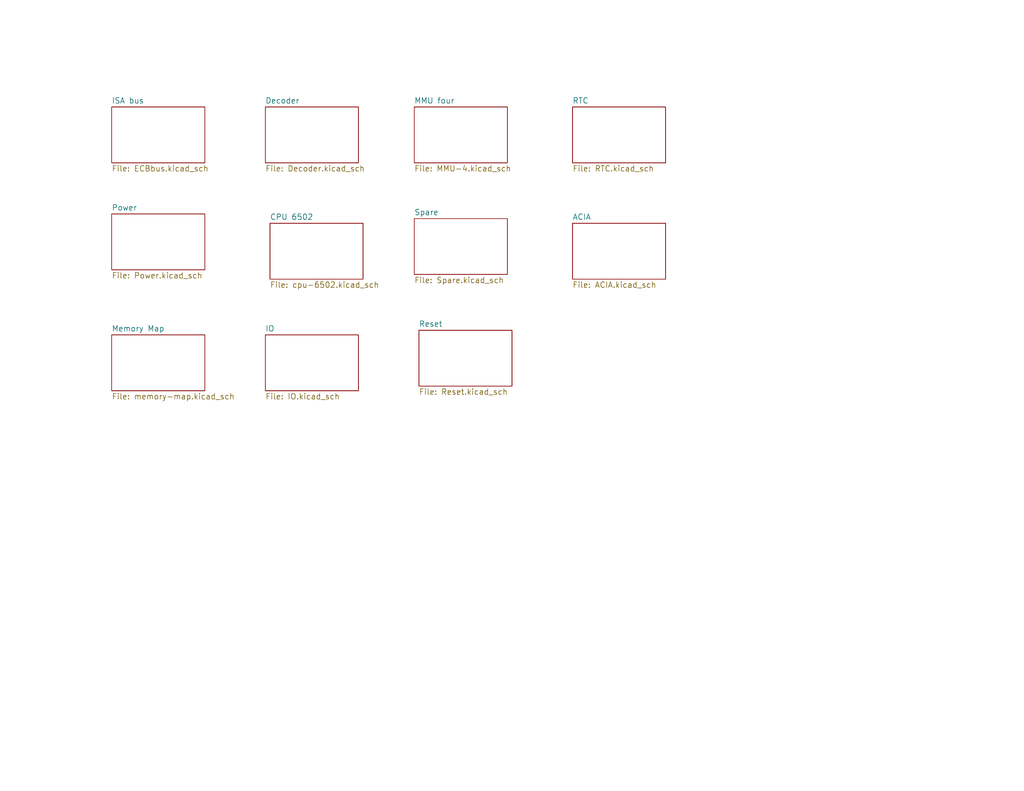
<source format=kicad_sch>
(kicad_sch
	(version 20250114)
	(generator "eeschema")
	(generator_version "9.0")
	(uuid "d94f9d60-5ece-4752-b49c-b0d1c95f35bc")
	(paper "A")
	(title_block
		(title "6502PC")
		(date "2025-10-05")
		(rev "001")
		(comment 1 "https://github.com/danwerner21/6502PC")
		(comment 2 "Based on work by Andrew Lynch and John Coffman")
	)
	(lib_symbols)
	(sheet
		(at 30.48 29.21)
		(size 25.4 15.24)
		(exclude_from_sim no)
		(in_bom yes)
		(on_board yes)
		(dnp no)
		(fields_autoplaced yes)
		(stroke
			(width 0)
			(type solid)
		)
		(fill
			(color 0 0 0 0.0000)
		)
		(uuid "00000000-0000-0000-0000-0000526c8cc7")
		(property "Sheetname" "ISA bus"
			(at 30.48 28.3714 0)
			(effects
				(font
					(size 1.524 1.524)
				)
				(justify left bottom)
			)
		)
		(property "Sheetfile" "ECBbus.kicad_sch"
			(at 30.48 45.1362 0)
			(effects
				(font
					(size 1.524 1.524)
				)
				(justify left top)
			)
		)
		(instances
			(project "6502PC-6U"
				(path "/d94f9d60-5ece-4752-b49c-b0d1c95f35bc"
					(page "2")
				)
			)
		)
	)
	(sheet
		(at 73.66 60.96)
		(size 25.4 15.24)
		(exclude_from_sim no)
		(in_bom yes)
		(on_board yes)
		(dnp no)
		(fields_autoplaced yes)
		(stroke
			(width 0)
			(type solid)
		)
		(fill
			(color 0 0 0 0.0000)
		)
		(uuid "00000000-0000-0000-0000-0000526c8e8e")
		(property "Sheetname" "CPU 6502"
			(at 73.66 60.1214 0)
			(effects
				(font
					(size 1.524 1.524)
				)
				(justify left bottom)
			)
		)
		(property "Sheetfile" "cpu-6502.kicad_sch"
			(at 73.66 76.8862 0)
			(effects
				(font
					(size 1.524 1.524)
				)
				(justify left top)
			)
		)
		(instances
			(project "6502PC-6U"
				(path "/d94f9d60-5ece-4752-b49c-b0d1c95f35bc"
					(page "11")
				)
			)
		)
	)
	(sheet
		(at 30.48 91.44)
		(size 25.4 15.24)
		(exclude_from_sim no)
		(in_bom yes)
		(on_board yes)
		(dnp no)
		(fields_autoplaced yes)
		(stroke
			(width 0)
			(type solid)
		)
		(fill
			(color 0 0 0 0.0000)
		)
		(uuid "00000000-0000-0000-0000-0000526c8ed2")
		(property "Sheetname" "Memory Map"
			(at 30.48 90.6014 0)
			(effects
				(font
					(size 1.524 1.524)
				)
				(justify left bottom)
			)
		)
		(property "Sheetfile" "memory-map.kicad_sch"
			(at 30.48 107.3662 0)
			(effects
				(font
					(size 1.524 1.524)
				)
				(justify left top)
			)
		)
		(instances
			(project "6502PC-6U"
				(path "/d94f9d60-5ece-4752-b49c-b0d1c95f35bc"
					(page "4")
				)
			)
		)
	)
	(sheet
		(at 113.03 29.21)
		(size 25.4 15.24)
		(exclude_from_sim no)
		(in_bom yes)
		(on_board yes)
		(dnp no)
		(fields_autoplaced yes)
		(stroke
			(width 0)
			(type solid)
		)
		(fill
			(color 0 0 0 0.0000)
		)
		(uuid "00000000-0000-0000-0000-0000526ca311")
		(property "Sheetname" "MMU four"
			(at 113.03 28.3714 0)
			(effects
				(font
					(size 1.524 1.524)
				)
				(justify left bottom)
			)
		)
		(property "Sheetfile" "MMU-4.kicad_sch"
			(at 113.03 45.1362 0)
			(effects
				(font
					(size 1.524 1.524)
				)
				(justify left top)
			)
		)
		(instances
			(project "6502PC-6U"
				(path "/d94f9d60-5ece-4752-b49c-b0d1c95f35bc"
					(page "12")
				)
			)
		)
	)
	(sheet
		(at 30.48 58.42)
		(size 25.4 15.24)
		(exclude_from_sim no)
		(in_bom yes)
		(on_board yes)
		(dnp no)
		(fields_autoplaced yes)
		(stroke
			(width 0)
			(type solid)
		)
		(fill
			(color 0 0 0 0.0000)
		)
		(uuid "00000000-0000-0000-0000-0000526d2858")
		(property "Sheetname" "Power"
			(at 30.48 57.5814 0)
			(effects
				(font
					(size 1.524 1.524)
				)
				(justify left bottom)
			)
		)
		(property "Sheetfile" "Power.kicad_sch"
			(at 30.48 74.3462 0)
			(effects
				(font
					(size 1.524 1.524)
				)
				(justify left top)
			)
		)
		(instances
			(project "6502PC-6U"
				(path "/d94f9d60-5ece-4752-b49c-b0d1c95f35bc"
					(page "6")
				)
			)
		)
	)
	(sheet
		(at 72.39 29.21)
		(size 25.4 15.24)
		(exclude_from_sim no)
		(in_bom yes)
		(on_board yes)
		(dnp no)
		(fields_autoplaced yes)
		(stroke
			(width 0)
			(type solid)
		)
		(fill
			(color 0 0 0 0.0000)
		)
		(uuid "00000000-0000-0000-0000-0000526d3cca")
		(property "Sheetname" "Decoder"
			(at 72.39 28.3714 0)
			(effects
				(font
					(size 1.524 1.524)
				)
				(justify left bottom)
			)
		)
		(property "Sheetfile" "Decoder.kicad_sch"
			(at 72.39 45.1362 0)
			(effects
				(font
					(size 1.524 1.524)
				)
				(justify left top)
			)
		)
		(instances
			(project "6502PC-6U"
				(path "/d94f9d60-5ece-4752-b49c-b0d1c95f35bc"
					(page "7")
				)
			)
		)
	)
	(sheet
		(at 113.03 59.69)
		(size 25.4 15.24)
		(exclude_from_sim no)
		(in_bom yes)
		(on_board yes)
		(dnp no)
		(fields_autoplaced yes)
		(stroke
			(width 0)
			(type solid)
		)
		(fill
			(color 0 0 0 0.0000)
		)
		(uuid "00000000-0000-0000-0000-0000526d48aa")
		(property "Sheetname" "Spare"
			(at 113.03 58.8514 0)
			(effects
				(font
					(size 1.524 1.524)
				)
				(justify left bottom)
			)
		)
		(property "Sheetfile" "Spare.kicad_sch"
			(at 113.03 75.6162 0)
			(effects
				(font
					(size 1.524 1.524)
				)
				(justify left top)
			)
		)
		(instances
			(project "6502PC-6U"
				(path "/d94f9d60-5ece-4752-b49c-b0d1c95f35bc"
					(page "9")
				)
			)
		)
	)
	(sheet
		(at 72.39 91.44)
		(size 25.4 15.24)
		(exclude_from_sim no)
		(in_bom yes)
		(on_board yes)
		(dnp no)
		(fields_autoplaced yes)
		(stroke
			(width 0)
			(type solid)
		)
		(fill
			(color 0 0 0 0.0000)
		)
		(uuid "00000000-0000-0000-0000-0000526d5517")
		(property "Sheetname" "IO"
			(at 72.39 90.6014 0)
			(effects
				(font
					(size 1.524 1.524)
				)
				(justify left bottom)
			)
		)
		(property "Sheetfile" "IO.kicad_sch"
			(at 72.39 107.3662 0)
			(effects
				(font
					(size 1.524 1.524)
				)
				(justify left top)
			)
		)
		(instances
			(project "6502PC-6U"
				(path "/d94f9d60-5ece-4752-b49c-b0d1c95f35bc"
					(page "8")
				)
			)
		)
	)
	(sheet
		(at 114.3 90.17)
		(size 25.4 15.24)
		(exclude_from_sim no)
		(in_bom yes)
		(on_board yes)
		(dnp no)
		(fields_autoplaced yes)
		(stroke
			(width 0)
			(type solid)
		)
		(fill
			(color 0 0 0 0.0000)
		)
		(uuid "00000000-0000-0000-0000-0000526d81d3")
		(property "Sheetname" "Reset"
			(at 114.3 89.3314 0)
			(effects
				(font
					(size 1.524 1.524)
				)
				(justify left bottom)
			)
		)
		(property "Sheetfile" "Reset.kicad_sch"
			(at 114.3 106.0962 0)
			(effects
				(font
					(size 1.524 1.524)
				)
				(justify left top)
			)
		)
		(instances
			(project "6502PC-6U"
				(path "/d94f9d60-5ece-4752-b49c-b0d1c95f35bc"
					(page "10")
				)
			)
		)
	)
	(sheet
		(at 156.21 60.96)
		(size 25.4 15.24)
		(exclude_from_sim no)
		(in_bom yes)
		(on_board yes)
		(dnp no)
		(fields_autoplaced yes)
		(stroke
			(width 0)
			(type solid)
		)
		(fill
			(color 0 0 0 0.0000)
		)
		(uuid "00000000-0000-0000-0000-00005274ff22")
		(property "Sheetname" "ACIA"
			(at 156.21 60.1214 0)
			(effects
				(font
					(size 1.524 1.524)
				)
				(justify left bottom)
			)
		)
		(property "Sheetfile" "ACIA.kicad_sch"
			(at 156.21 76.8862 0)
			(effects
				(font
					(size 1.524 1.524)
				)
				(justify left top)
			)
		)
		(instances
			(project "6502PC-6U"
				(path "/d94f9d60-5ece-4752-b49c-b0d1c95f35bc"
					(page "14")
				)
			)
		)
	)
	(sheet
		(at 156.21 29.21)
		(size 25.4 15.24)
		(exclude_from_sim no)
		(in_bom yes)
		(on_board yes)
		(dnp no)
		(fields_autoplaced yes)
		(stroke
			(width 0)
			(type solid)
		)
		(fill
			(color 0 0 0 0.0000)
		)
		(uuid "00000000-0000-0000-0000-00005274ff2a")
		(property "Sheetname" "RTC"
			(at 156.21 28.3714 0)
			(effects
				(font
					(size 1.524 1.524)
				)
				(justify left bottom)
			)
		)
		(property "Sheetfile" "RTC.kicad_sch"
			(at 156.21 45.1362 0)
			(effects
				(font
					(size 1.524 1.524)
				)
				(justify left top)
			)
		)
		(instances
			(project "6502PC-6U"
				(path "/d94f9d60-5ece-4752-b49c-b0d1c95f35bc"
					(page "13")
				)
			)
		)
	)
	(sheet_instances
		(path "/"
			(page "1")
		)
	)
	(embedded_fonts no)
)

</source>
